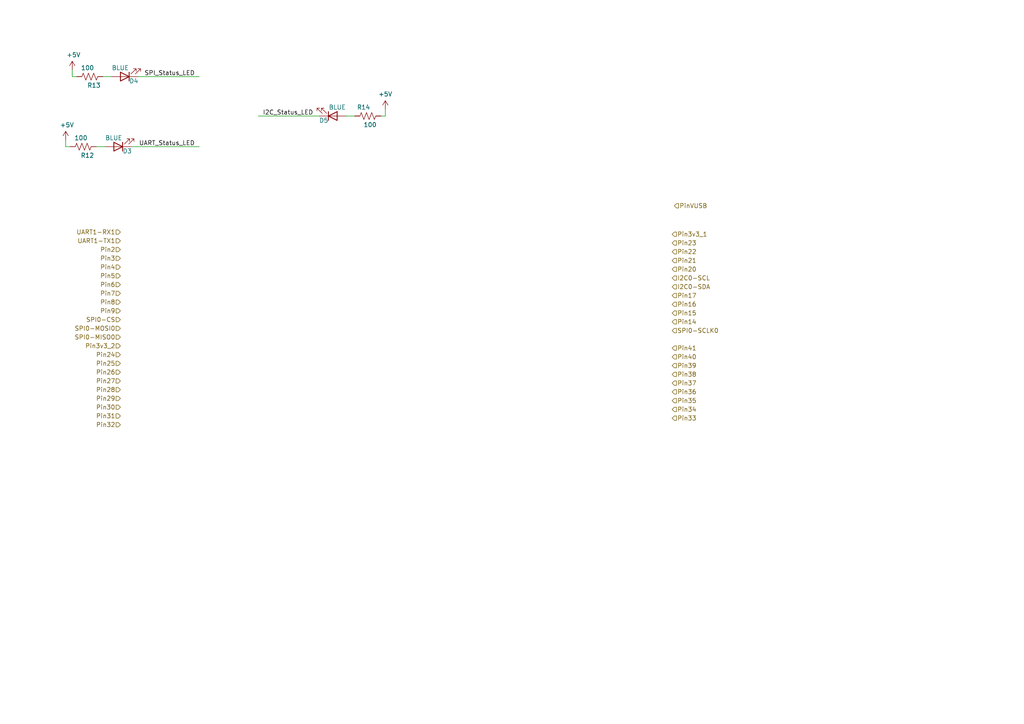
<source format=kicad_sch>
(kicad_sch (version 20211123) (generator eeschema)
  (paper "A4")
  (lib_symbols
    (symbol "Device:LED" (pin_numbers hide) (pin_names (offset 1.016) hide)
      (property "Reference" "D" (at 0 2.54 0))
      (property "Value" "LED" (at 0 -2.54 0))
      (symbol "LED_0_1"
        (polyline (pts (xy -1.27 -1.27) (xy -1.27 1.27)) (stroke (width 0.254)))
        (polyline (pts (xy -1.27 0) (xy 1.27 0)))
        (polyline (pts (xy 1.27 -1.27) (xy 1.27 1.27) (xy -1.27 0) (xy 1.27 -1.27)) (stroke (width 0.254)))
        (polyline (pts (xy -3.048 -0.762) (xy -4.572 -2.286) (xy -3.81 -2.286) (xy -4.572 -2.286) (xy -4.572 -1.524)))
        (polyline (pts (xy -1.778 -0.762) (xy -3.302 -2.286) (xy -2.54 -2.286) (xy -3.302 -2.286) (xy -3.302 -1.524)))
      )
      (symbol "LED_1_1"
        (pin passive line (at -3.81 0 0) (length 2.54) (name "K") (number "1"))
        (pin passive line (at 3.81 0 180) (length 2.54) (name "A") (number "2"))
      )
    )
    (symbol "Device:R_US" (pin_numbers hide) (pin_names (offset 0))
      (property "Reference" "R" (at 2.54 0 90))
      (property "Value" "R_US" (at -2.54 0 90))
      (symbol "R_US_0_1"
        (polyline (pts (xy 0 -2.286) (xy 0 -2.54)))
        (polyline (pts (xy 0 2.286) (xy 0 2.54)))
        (polyline (pts (xy 0 -0.762) (xy 1.016 -1.143) (xy 0 -1.524) (xy -1.016 -1.905) (xy 0 -2.286)))
        (polyline (pts (xy 0 0.762) (xy 1.016 0.381) (xy 0 0) (xy -1.016 -0.381) (xy 0 -0.762)))
        (polyline (pts (xy 0 2.286) (xy 1.016 1.905) (xy 0 1.524) (xy -1.016 1.143) (xy 0 0.762)))
      )
      (symbol "R_US_1_1"
        (pin passive line (at 0 3.81 270) (length 1.27) (name "~") (number "1"))
        (pin passive line (at 0 -3.81 90) (length 1.27) (name "~") (number "2"))
      )
    )
    (symbol "power:+5V" (power) (pin_names (offset 0))
      (property "Value" "+5V" (at 0 3.556 0))
      (symbol "+5V_0_1"
        (polyline (pts (xy -0.762 1.27) (xy 0 2.54)))
        (polyline (pts (xy 0 0) (xy 0 2.54)))
        (polyline (pts (xy 0 2.54) (xy 0.762 1.27)))
      )
      (symbol "+5V_1_1"
        (pin power_in line (at 0 0 90) (length 0) hide (name "+5V") (number "1"))
      )
    )
  )
  (wire (pts (xy 19.05 40.64) (xy 19.05 42.545)))
  (wire (pts (xy 27.94 42.545) (xy 30.48 42.545)))
  (wire (pts (xy 20.955 20.32) (xy 20.955 22.225)))
  (wire (pts (xy 20.955 22.225) (xy 22.225 22.225)))
  (wire (pts (xy 74.93 33.655) (xy 92.71 33.655)))
  (wire (pts (xy 38.1 42.545) (xy 57.785 42.545)))
  (wire (pts (xy 111.76 33.655) (xy 110.49 33.655)))
  (wire (pts (xy 19.05 42.545) (xy 20.32 42.545)))
  (wire (pts (xy 111.76 31.75) (xy 111.76 33.655)))
  (wire (pts (xy 102.87 33.655) (xy 100.33 33.655)))
  (wire (pts (xy 29.845 22.225) (xy 32.385 22.225)))
  (wire (pts (xy 40.005 22.225) (xy 57.785 22.225)))
  (label "SPI_Status_LED" (at 56.515 22.225 180))
  (label "I2C_Status_LED" (at 76.2 33.655 0))
  (label "UART_Status_LED" (at 56.515 42.545 180))
  (hierarchical_label "Pin6" (shape input) (at 34.925 82.55 180))
  (hierarchical_label "Pin30" (shape input) (at 34.925 118.11 180))
  (hierarchical_label "Pin32" (shape input) (at 34.925 123.19 180))
  (hierarchical_label "SPI0-SCLK0" (shape input) (at 194.945 95.885 0))
  (hierarchical_label "Pin8" (shape input) (at 34.925 87.63 180))
  (hierarchical_label "Pin26" (shape input) (at 34.925 107.95 180))
  (hierarchical_label "Pin35" (shape input) (at 194.945 116.205 0))
  (hierarchical_label "Pin24" (shape input) (at 34.925 102.87 180))
  (hierarchical_label "Pin3v3_1" (shape input) (at 194.945 67.945 0))
  (hierarchical_label "Pin25" (shape input) (at 34.925 105.41 180))
  (hierarchical_label "Pin27" (shape input) (at 34.925 110.49 180))
  (hierarchical_label "Pin17" (shape input) (at 194.945 85.725 0))
  (hierarchical_label "UART1-RX1" (shape input) (at 34.925 67.31 180))
  (hierarchical_label "Pin28" (shape input) (at 34.925 113.03 180))
  (hierarchical_label "Pin16" (shape input) (at 194.945 88.265 0))
  (hierarchical_label "Pin38" (shape input) (at 194.945 108.585 0))
  (hierarchical_label "Pin31" (shape input) (at 34.925 120.65 180))
  (hierarchical_label "SPI0-CS" (shape input) (at 34.925 92.71 180))
  (hierarchical_label "Pin37" (shape input) (at 194.945 111.125 0))
  (hierarchical_label "Pin4" (shape input) (at 34.925 77.47 180))
  (hierarchical_label "Pin9" (shape input) (at 34.925 90.17 180))
  (hierarchical_label "Pin20" (shape input) (at 194.945 78.105 0))
  (hierarchical_label "Pin40" (shape input) (at 194.945 103.505 0))
  (hierarchical_label "Pin39" (shape input) (at 194.945 106.045 0))
  (hierarchical_label "Pin15" (shape input) (at 194.945 90.805 0))
  (hierarchical_label "I2C0-SDA" (shape input) (at 194.945 83.185 0))
  (hierarchical_label "SPI0-MOSI0" (shape input) (at 34.925 95.25 180))
  (hierarchical_label "I2C0-SCL" (shape input) (at 194.945 80.645 0))
  (hierarchical_label "Pin14" (shape input) (at 194.945 93.345 0))
  (hierarchical_label "Pin3v3_2" (shape input) (at 34.925 100.33 180))
  (hierarchical_label "SPI0-MISO0" (shape input) (at 34.925 97.79 180))
  (hierarchical_label "PinVUSB" (shape input) (at 195.58 59.69 0))
  (hierarchical_label "UART1-TX1" (shape input) (at 34.925 69.85 180))
  (hierarchical_label "Pin23" (shape input) (at 194.945 70.485 0))
  (hierarchical_label "Pin21" (shape input) (at 194.945 75.565 0))
  (hierarchical_label "Pin41" (shape input) (at 194.945 100.965 0))
  (hierarchical_label "Pin29" (shape input) (at 34.925 115.57 180))
  (hierarchical_label "Pin7" (shape input) (at 34.925 85.09 180))
  (hierarchical_label "Pin3" (shape input) (at 34.925 74.93 180))
  (hierarchical_label "Pin5" (shape input) (at 34.925 80.01 180))
  (hierarchical_label "Pin36" (shape input) (at 194.945 113.665 0))
  (hierarchical_label "Pin22" (shape input) (at 194.945 73.025 0))
  (hierarchical_label "Pin2" (shape input) (at 34.925 72.39 180))
  (hierarchical_label "Pin34" (shape input) (at 194.945 118.745 0))
  (hierarchical_label "Pin33" (shape input) (at 194.945 121.285 0))
  (symbol (lib_id "power:+5V") (at 111.76 31.75 0)
    (property "Reference" "#PWR030" (effects hide))
    (property "Value" "+5V" (at 111.76 27.305 0))
  )
  (symbol (lib_id "Device:LED") (at 36.195 22.225 180)
    (property "Reference" "D4" (at 37.465 23.495 0) (effects (justify right)))
    (property "Value" "BLUE" (at 32.385 19.685 0) (effects (justify right)))
    (property "Footprint" "LED_SMD:LED_0603_1608Metric_Pad1.05x0.95mm_HandSolder" (effects hide))
  )
  (symbol (lib_id "power:+5V") (at 20.955 20.32 0)
    (property "Reference" "#PWR027" (effects hide))
    (property "Value" "+5V" (at 21.336 15.9258 0))
  )
  (symbol (lib_id "Device:R_US") (at 26.035 22.225 90)
    (property "Reference" "R13" (at 29.21 24.765 90) (effects (justify left)))
    (property "Value" "100" (at 27.305 19.685 90) (effects (justify left)))
    (property "Footprint" "Resistor_SMD:R_0603_1608Metric_Pad0.98x0.95mm_HandSolder" (effects hide))
  )
  (symbol (lib_id "Device:R_US") (at 24.13 42.545 90)
    (property "Reference" "R12" (at 27.305 45.085 90) (effects (justify left)))
    (property "Value" "100" (at 25.4 40.005 90) (effects (justify left)))
    (property "Footprint" "Resistor_SMD:R_0603_1608Metric_Pad0.98x0.95mm_HandSolder" (effects hide))
  )
  (symbol (lib_id "Device:LED") (at 34.29 42.545 180)
    (property "Reference" "D3" (at 35.56 43.815 0) (effects (justify right)))
    (property "Value" "BLUE" (at 30.48 40.005 0) (effects (justify right)))
    (property "Footprint" "LED_SMD:LED_0603_1608Metric_Pad1.05x0.95mm_HandSolder" (effects hide))
  )
  (symbol (lib_id "Device:LED") (at 96.52 33.655 0) (mirror x)
    (property "Reference" "D5" (at 95.25 34.925 0) (effects (justify right)))
    (property "Value" "BLUE" (at 100.33 31.115 0) (effects (justify right)))
    (property "Footprint" "LED_SMD:LED_0603_1608Metric_Pad1.05x0.95mm_HandSolder" (effects hide))
  )
  (symbol (lib_id "power:+5V") (at 19.05 40.64 0)
    (property "Reference" "#PWR026" (effects hide))
    (property "Value" "+5V" (at 19.431 36.2458 0))
  )
  (symbol (lib_id "Device:R_US") (at 106.68 33.655 270)
    (property "Reference" "R14" (at 103.505 31.115 90) (effects (justify left)))
    (property "Value" "100" (at 105.41 36.195 90) (effects (justify left)))
    (property "Footprint" "Resistor_SMD:R_0603_1608Metric_Pad0.98x0.95mm_HandSolder" (effects hide))
  )
)
</source>
